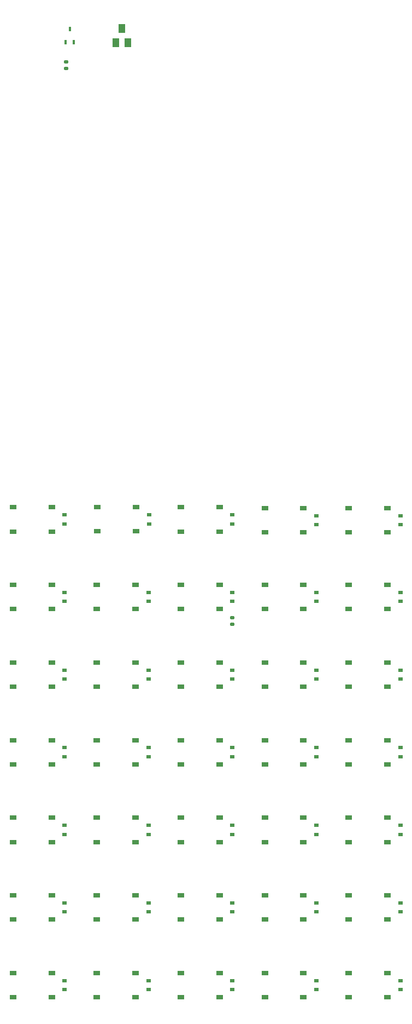
<source format=gbr>
%TF.GenerationSoftware,KiCad,Pcbnew,(6.0.7)*%
%TF.CreationDate,2022-10-02T21:12:28-04:00*%
%TF.ProjectId,Calculator,43616c63-756c-4617-946f-722e6b696361,rev?*%
%TF.SameCoordinates,Original*%
%TF.FileFunction,Paste,Top*%
%TF.FilePolarity,Positive*%
%FSLAX46Y46*%
G04 Gerber Fmt 4.6, Leading zero omitted, Abs format (unit mm)*
G04 Created by KiCad (PCBNEW (6.0.7)) date 2022-10-02 21:12:28*
%MOMM*%
%LPD*%
G01*
G04 APERTURE LIST*
G04 Aperture macros list*
%AMRoundRect*
0 Rectangle with rounded corners*
0 $1 Rounding radius*
0 $2 $3 $4 $5 $6 $7 $8 $9 X,Y pos of 4 corners*
0 Add a 4 corners polygon primitive as box body*
4,1,4,$2,$3,$4,$5,$6,$7,$8,$9,$2,$3,0*
0 Add four circle primitives for the rounded corners*
1,1,$1+$1,$2,$3*
1,1,$1+$1,$4,$5*
1,1,$1+$1,$6,$7*
1,1,$1+$1,$8,$9*
0 Add four rect primitives between the rounded corners*
20,1,$1+$1,$2,$3,$4,$5,0*
20,1,$1+$1,$4,$5,$6,$7,0*
20,1,$1+$1,$6,$7,$8,$9,0*
20,1,$1+$1,$8,$9,$2,$3,0*%
G04 Aperture macros list end*
%ADD10R,1.000000X1.400000*%
%ADD11R,1.000000X0.750000*%
%ADD12R,0.700000X0.600000*%
%ADD13RoundRect,0.135000X-0.185000X0.135000X-0.185000X-0.135000X0.185000X-0.135000X0.185000X0.135000X0*%
%ADD14RoundRect,0.135000X0.185000X-0.135000X0.185000X0.135000X-0.185000X0.135000X-0.185000X-0.135000X0*%
%ADD15R,0.450000X0.700000*%
G04 APERTURE END LIST*
D10*
%TO.C,Q2*%
X78925000Y-28325000D03*
X80825000Y-28325000D03*
X79875000Y-26125000D03*
%TD*%
D11*
%TO.C,SW9*%
X82000000Y-115875000D03*
X76000000Y-115875000D03*
X82000000Y-112125000D03*
X76000000Y-112125000D03*
%TD*%
%TO.C,SW25*%
X108000000Y-139875000D03*
X102000000Y-139875000D03*
X108000000Y-136125000D03*
X102000000Y-136125000D03*
%TD*%
%TO.C,SW2*%
X69000000Y-115875000D03*
X63000000Y-115875000D03*
X69000000Y-112125000D03*
X63000000Y-112125000D03*
%TD*%
%TO.C,SW27*%
X108000000Y-163875000D03*
X102000000Y-163875000D03*
X108000000Y-160125000D03*
X102000000Y-160125000D03*
%TD*%
%TO.C,SW6*%
X69000000Y-163875000D03*
X63000000Y-163875000D03*
X69000000Y-160125000D03*
X63000000Y-160125000D03*
%TD*%
D12*
%TO.C,D6*%
X71000000Y-161300000D03*
X71000000Y-162700000D03*
%TD*%
D11*
%TO.C,SW13*%
X82000000Y-163875000D03*
X76000000Y-163875000D03*
X82000000Y-160125000D03*
X76000000Y-160125000D03*
%TD*%
D12*
%TO.C,D32*%
X123000000Y-137300000D03*
X123000000Y-138700000D03*
%TD*%
%TO.C,D11*%
X84000000Y-137300000D03*
X84000000Y-138700000D03*
%TD*%
%TO.C,D7*%
X71000000Y-173300000D03*
X71000000Y-174700000D03*
%TD*%
%TO.C,D27*%
X110000000Y-161300000D03*
X110000000Y-162700000D03*
%TD*%
D13*
%TO.C,R2*%
X71200000Y-31290000D03*
X71200000Y-32310000D03*
%TD*%
D12*
%TO.C,D5*%
X71000000Y-149300000D03*
X71000000Y-150700000D03*
%TD*%
D14*
%TO.C,R1*%
X97000000Y-118220000D03*
X97000000Y-117200000D03*
%TD*%
D12*
%TO.C,D29*%
X123000000Y-101425000D03*
X123000000Y-102825000D03*
%TD*%
%TO.C,D25*%
X110000000Y-137300000D03*
X110000000Y-138700000D03*
%TD*%
D11*
%TO.C,SW14*%
X82000000Y-175875000D03*
X76000000Y-175875000D03*
X82000000Y-172125000D03*
X76000000Y-172125000D03*
%TD*%
%TO.C,SW20*%
X95000000Y-163875000D03*
X89000000Y-163875000D03*
X95000000Y-160125000D03*
X89000000Y-160125000D03*
%TD*%
D12*
%TO.C,D4*%
X71000000Y-137300000D03*
X71000000Y-138700000D03*
%TD*%
D11*
%TO.C,SW33*%
X121000000Y-151875000D03*
X115000000Y-151875000D03*
X121000000Y-148125000D03*
X115000000Y-148125000D03*
%TD*%
D12*
%TO.C,D22*%
X110000000Y-101425000D03*
X110000000Y-102825000D03*
%TD*%
%TO.C,D21*%
X97000000Y-173300000D03*
X97000000Y-174700000D03*
%TD*%
%TO.C,D18*%
X97000000Y-137300000D03*
X97000000Y-138700000D03*
%TD*%
%TO.C,D35*%
X123000000Y-173300000D03*
X123000000Y-174700000D03*
%TD*%
%TO.C,D19*%
X97000000Y-149300000D03*
X97000000Y-150700000D03*
%TD*%
%TO.C,D3*%
X71000000Y-125300000D03*
X71000000Y-126700000D03*
%TD*%
%TO.C,D26*%
X110000000Y-149300000D03*
X110000000Y-150700000D03*
%TD*%
D11*
%TO.C,SW22*%
X108000000Y-104000000D03*
X102000000Y-104000000D03*
X108000000Y-100250000D03*
X102000000Y-100250000D03*
%TD*%
%TO.C,SW5*%
X69000000Y-151875000D03*
X63000000Y-151875000D03*
X69000000Y-148125000D03*
X63000000Y-148125000D03*
%TD*%
D12*
%TO.C,D30*%
X123000000Y-113300000D03*
X123000000Y-114700000D03*
%TD*%
%TO.C,D2*%
X71000000Y-113300000D03*
X71000000Y-114700000D03*
%TD*%
%TO.C,D13*%
X84000000Y-161300000D03*
X84000000Y-162700000D03*
%TD*%
D11*
%TO.C,SW32*%
X121000000Y-139875000D03*
X115000000Y-139875000D03*
X121000000Y-136125000D03*
X115000000Y-136125000D03*
%TD*%
%TO.C,SW12*%
X82000000Y-151875000D03*
X76000000Y-151875000D03*
X82000000Y-148125000D03*
X76000000Y-148125000D03*
%TD*%
%TO.C,SW15*%
X95000000Y-103875000D03*
X89000000Y-103875000D03*
X95000000Y-100125000D03*
X89000000Y-100125000D03*
%TD*%
D12*
%TO.C,D20*%
X97000000Y-161300000D03*
X97000000Y-162700000D03*
%TD*%
D11*
%TO.C,SW16*%
X95000000Y-115875000D03*
X89000000Y-115875000D03*
X95000000Y-112125000D03*
X89000000Y-112125000D03*
%TD*%
D12*
%TO.C,D10*%
X84000000Y-125300000D03*
X84000000Y-126700000D03*
%TD*%
D11*
%TO.C,SW11*%
X82000000Y-139875000D03*
X76000000Y-139875000D03*
X82000000Y-136125000D03*
X76000000Y-136125000D03*
%TD*%
D12*
%TO.C,D1*%
X71000000Y-101300000D03*
X71000000Y-102700000D03*
%TD*%
D11*
%TO.C,SW21*%
X95000000Y-175875000D03*
X89000000Y-175875000D03*
X95000000Y-172125000D03*
X89000000Y-172125000D03*
%TD*%
D12*
%TO.C,D31*%
X123000000Y-125300000D03*
X123000000Y-126700000D03*
%TD*%
D15*
%TO.C,Q1*%
X71150000Y-28200000D03*
X72450000Y-28200000D03*
X71800000Y-26200000D03*
%TD*%
D11*
%TO.C,SW31*%
X121000000Y-127875000D03*
X115000000Y-127875000D03*
X121000000Y-124125000D03*
X115000000Y-124125000D03*
%TD*%
D12*
%TO.C,D15*%
X97000000Y-101300000D03*
X97000000Y-102700000D03*
%TD*%
D11*
%TO.C,SW29*%
X121000000Y-104000000D03*
X115000000Y-104000000D03*
X121000000Y-100250000D03*
X115000000Y-100250000D03*
%TD*%
%TO.C,SW4*%
X69000000Y-139875000D03*
X63000000Y-139875000D03*
X69000000Y-136125000D03*
X63000000Y-136125000D03*
%TD*%
%TO.C,SW34*%
X121000000Y-163875000D03*
X115000000Y-163875000D03*
X121000000Y-160125000D03*
X115000000Y-160125000D03*
%TD*%
D12*
%TO.C,D16*%
X97000000Y-113300000D03*
X97000000Y-114700000D03*
%TD*%
%TO.C,D9*%
X84000000Y-113300000D03*
X84000000Y-114700000D03*
%TD*%
%TO.C,D12*%
X84000000Y-149300000D03*
X84000000Y-150700000D03*
%TD*%
D11*
%TO.C,SW3*%
X69000000Y-127875000D03*
X63000000Y-127875000D03*
X69000000Y-124125000D03*
X63000000Y-124125000D03*
%TD*%
%TO.C,SW19*%
X95000000Y-151875000D03*
X89000000Y-151875000D03*
X95000000Y-148125000D03*
X89000000Y-148125000D03*
%TD*%
%TO.C,SW35*%
X121000000Y-175875000D03*
X115000000Y-175875000D03*
X121000000Y-172125000D03*
X115000000Y-172125000D03*
%TD*%
%TO.C,SW7*%
X69000000Y-175875000D03*
X63000000Y-175875000D03*
X69000000Y-172125000D03*
X63000000Y-172125000D03*
%TD*%
%TO.C,SW1*%
X69000000Y-103875000D03*
X63000000Y-103875000D03*
X69000000Y-100125000D03*
X63000000Y-100125000D03*
%TD*%
D12*
%TO.C,D8*%
X84060000Y-101280000D03*
X84060000Y-102680000D03*
%TD*%
D11*
%TO.C,SW8*%
X82060000Y-103855000D03*
X76060000Y-103855000D03*
X82060000Y-100105000D03*
X76060000Y-100105000D03*
%TD*%
%TO.C,SW28*%
X108000000Y-175875000D03*
X102000000Y-175875000D03*
X108000000Y-172125000D03*
X102000000Y-172125000D03*
%TD*%
%TO.C,SW23*%
X108000000Y-115875000D03*
X102000000Y-115875000D03*
X108000000Y-112125000D03*
X102000000Y-112125000D03*
%TD*%
%TO.C,SW17*%
X95000000Y-127875000D03*
X89000000Y-127875000D03*
X95000000Y-124125000D03*
X89000000Y-124125000D03*
%TD*%
D12*
%TO.C,D24*%
X110000000Y-125300000D03*
X110000000Y-126700000D03*
%TD*%
%TO.C,D17*%
X97000000Y-125300000D03*
X97000000Y-126700000D03*
%TD*%
%TO.C,D23*%
X110000000Y-113300000D03*
X110000000Y-114700000D03*
%TD*%
D11*
%TO.C,SW18*%
X95000000Y-139875000D03*
X89000000Y-139875000D03*
X95000000Y-136125000D03*
X89000000Y-136125000D03*
%TD*%
%TO.C,SW30*%
X121000000Y-115875000D03*
X115000000Y-115875000D03*
X121000000Y-112125000D03*
X115000000Y-112125000D03*
%TD*%
%TO.C,SW24*%
X108000000Y-127875000D03*
X102000000Y-127875000D03*
X108000000Y-124125000D03*
X102000000Y-124125000D03*
%TD*%
D12*
%TO.C,D34*%
X123000000Y-161300000D03*
X123000000Y-162700000D03*
%TD*%
%TO.C,D28*%
X110000000Y-173300000D03*
X110000000Y-174700000D03*
%TD*%
%TO.C,D14*%
X84000000Y-173300000D03*
X84000000Y-174700000D03*
%TD*%
D11*
%TO.C,SW10*%
X82000000Y-127875000D03*
X76000000Y-127875000D03*
X82000000Y-124125000D03*
X76000000Y-124125000D03*
%TD*%
%TO.C,SW26*%
X108000000Y-151875000D03*
X102000000Y-151875000D03*
X108000000Y-148125000D03*
X102000000Y-148125000D03*
%TD*%
D12*
%TO.C,D33*%
X123000000Y-149300000D03*
X123000000Y-150700000D03*
%TD*%
M02*

</source>
